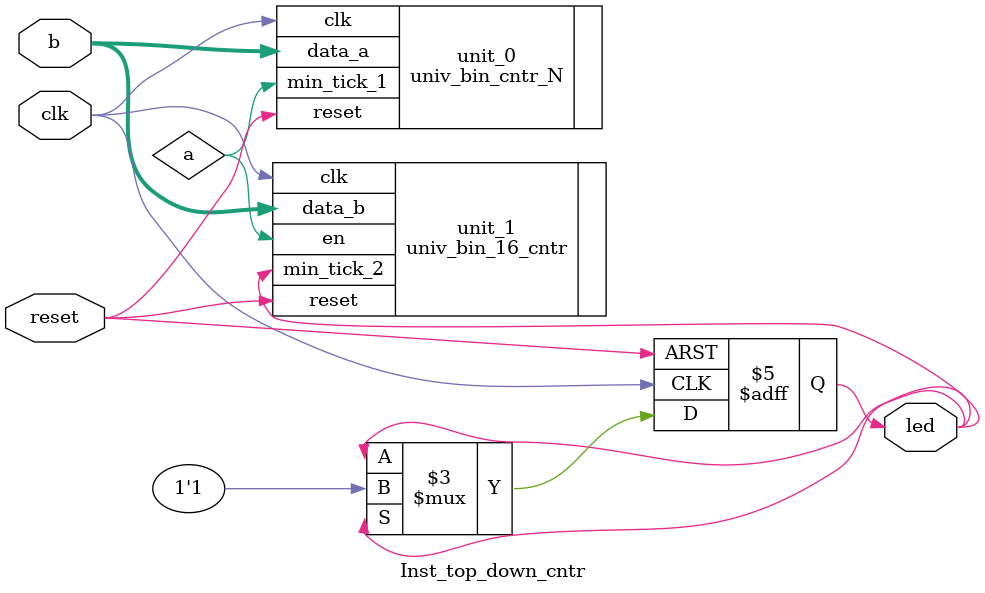
<source format=sv>
`timescale 1ns / 1ps


module Inst_top_down_cntr(
input logic clk,
input logic reset,
input logic [3:0]b,
output logic led
);

// signal declaration 
logic a;
//instantiate the first unit of n-bit down counter

univ_bin_cntr_N unit_0 (.clk(clk), .reset(reset), .data_a(b), .min_tick_1(a));

//instantiation the second unit of 16-bit counter

univ_bin_16_cntr unit_1 (.clk(clk), .reset(reset), .data_b(b), .en(a), .min_tick_2(led));

//Toggle Flip Flop logic and program

always_ff @(posedge clk, posedge reset)
        begin
            if(reset)
                led = 0;
            else if(led)
                led = 1;
   end
   endmodule 

</source>
